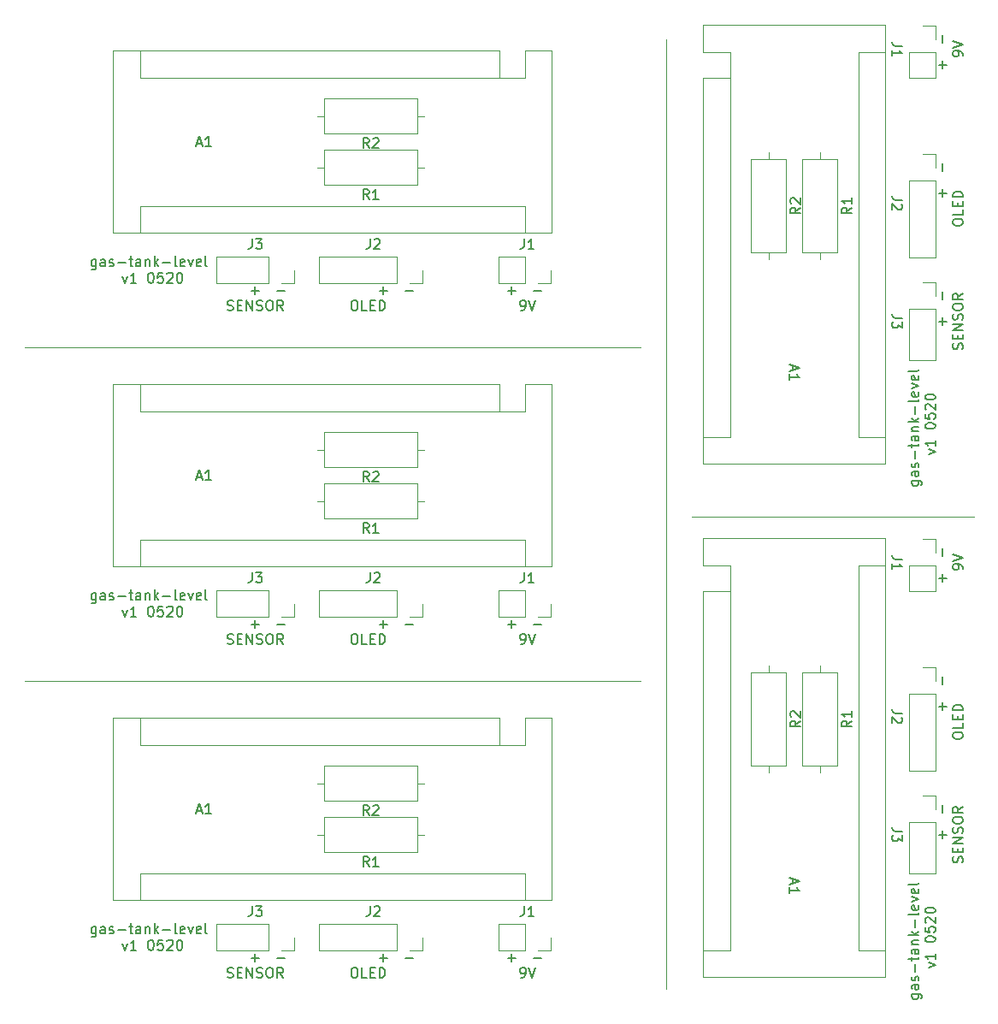
<source format=gbr>
G04 #@! TF.GenerationSoftware,KiCad,Pcbnew,5.1.5-52549c5~84~ubuntu18.04.1*
G04 #@! TF.CreationDate,2020-01-31T17:12:17+01:00*
G04 #@! TF.ProjectId,main-board,6d61696e-2d62-46f6-9172-642e6b696361,rev?*
G04 #@! TF.SameCoordinates,Original*
G04 #@! TF.FileFunction,Legend,Top*
G04 #@! TF.FilePolarity,Positive*
%FSLAX46Y46*%
G04 Gerber Fmt 4.6, Leading zero omitted, Abs format (unit mm)*
G04 Created by KiCad (PCBNEW 5.1.5-52549c5~84~ubuntu18.04.1) date 2020-01-31 17:12:17*
%MOMM*%
%LPD*%
G04 APERTURE LIST*
%ADD10C,0.120000*%
%ADD11C,0.150000*%
G04 APERTURE END LIST*
D10*
X170180000Y-100584000D02*
X198120000Y-100584000D01*
D11*
X192000714Y-97059047D02*
X192810238Y-97059047D01*
X192905476Y-97106666D01*
X192953095Y-97154285D01*
X193000714Y-97249523D01*
X193000714Y-97392380D01*
X192953095Y-97487619D01*
X192619761Y-97059047D02*
X192667380Y-97154285D01*
X192667380Y-97344761D01*
X192619761Y-97440000D01*
X192572142Y-97487619D01*
X192476904Y-97535238D01*
X192191190Y-97535238D01*
X192095952Y-97487619D01*
X192048333Y-97440000D01*
X192000714Y-97344761D01*
X192000714Y-97154285D01*
X192048333Y-97059047D01*
X192667380Y-96154285D02*
X192143571Y-96154285D01*
X192048333Y-96201904D01*
X192000714Y-96297142D01*
X192000714Y-96487619D01*
X192048333Y-96582857D01*
X192619761Y-96154285D02*
X192667380Y-96249523D01*
X192667380Y-96487619D01*
X192619761Y-96582857D01*
X192524523Y-96630476D01*
X192429285Y-96630476D01*
X192334047Y-96582857D01*
X192286428Y-96487619D01*
X192286428Y-96249523D01*
X192238809Y-96154285D01*
X192619761Y-95725714D02*
X192667380Y-95630476D01*
X192667380Y-95440000D01*
X192619761Y-95344761D01*
X192524523Y-95297142D01*
X192476904Y-95297142D01*
X192381666Y-95344761D01*
X192334047Y-95440000D01*
X192334047Y-95582857D01*
X192286428Y-95678095D01*
X192191190Y-95725714D01*
X192143571Y-95725714D01*
X192048333Y-95678095D01*
X192000714Y-95582857D01*
X192000714Y-95440000D01*
X192048333Y-95344761D01*
X192286428Y-94868571D02*
X192286428Y-94106666D01*
X192000714Y-93773333D02*
X192000714Y-93392380D01*
X191667380Y-93630476D02*
X192524523Y-93630476D01*
X192619761Y-93582857D01*
X192667380Y-93487619D01*
X192667380Y-93392380D01*
X192667380Y-92630476D02*
X192143571Y-92630476D01*
X192048333Y-92678095D01*
X192000714Y-92773333D01*
X192000714Y-92963809D01*
X192048333Y-93059047D01*
X192619761Y-92630476D02*
X192667380Y-92725714D01*
X192667380Y-92963809D01*
X192619761Y-93059047D01*
X192524523Y-93106666D01*
X192429285Y-93106666D01*
X192334047Y-93059047D01*
X192286428Y-92963809D01*
X192286428Y-92725714D01*
X192238809Y-92630476D01*
X192000714Y-92154285D02*
X192667380Y-92154285D01*
X192095952Y-92154285D02*
X192048333Y-92106666D01*
X192000714Y-92011428D01*
X192000714Y-91868571D01*
X192048333Y-91773333D01*
X192143571Y-91725714D01*
X192667380Y-91725714D01*
X192667380Y-91249523D02*
X191667380Y-91249523D01*
X192286428Y-91154285D02*
X192667380Y-90868571D01*
X192000714Y-90868571D02*
X192381666Y-91249523D01*
X192286428Y-90440000D02*
X192286428Y-89678095D01*
X192667380Y-89059047D02*
X192619761Y-89154285D01*
X192524523Y-89201904D01*
X191667380Y-89201904D01*
X192619761Y-88297142D02*
X192667380Y-88392380D01*
X192667380Y-88582857D01*
X192619761Y-88678095D01*
X192524523Y-88725714D01*
X192143571Y-88725714D01*
X192048333Y-88678095D01*
X192000714Y-88582857D01*
X192000714Y-88392380D01*
X192048333Y-88297142D01*
X192143571Y-88249523D01*
X192238809Y-88249523D01*
X192334047Y-88725714D01*
X192000714Y-87916190D02*
X192667380Y-87678095D01*
X192000714Y-87440000D01*
X192619761Y-86678095D02*
X192667380Y-86773333D01*
X192667380Y-86963809D01*
X192619761Y-87059047D01*
X192524523Y-87106666D01*
X192143571Y-87106666D01*
X192048333Y-87059047D01*
X192000714Y-86963809D01*
X192000714Y-86773333D01*
X192048333Y-86678095D01*
X192143571Y-86630476D01*
X192238809Y-86630476D01*
X192334047Y-87106666D01*
X192667380Y-86059047D02*
X192619761Y-86154285D01*
X192524523Y-86201904D01*
X191667380Y-86201904D01*
X193650714Y-94440000D02*
X194317380Y-94201904D01*
X193650714Y-93963809D01*
X194317380Y-93059047D02*
X194317380Y-93630476D01*
X194317380Y-93344761D02*
X193317380Y-93344761D01*
X193460238Y-93440000D01*
X193555476Y-93535238D01*
X193603095Y-93630476D01*
X193317380Y-91678095D02*
X193317380Y-91582857D01*
X193365000Y-91487619D01*
X193412619Y-91440000D01*
X193507857Y-91392380D01*
X193698333Y-91344761D01*
X193936428Y-91344761D01*
X194126904Y-91392380D01*
X194222142Y-91440000D01*
X194269761Y-91487619D01*
X194317380Y-91582857D01*
X194317380Y-91678095D01*
X194269761Y-91773333D01*
X194222142Y-91820952D01*
X194126904Y-91868571D01*
X193936428Y-91916190D01*
X193698333Y-91916190D01*
X193507857Y-91868571D01*
X193412619Y-91820952D01*
X193365000Y-91773333D01*
X193317380Y-91678095D01*
X193317380Y-90440000D02*
X193317380Y-90916190D01*
X193793571Y-90963809D01*
X193745952Y-90916190D01*
X193698333Y-90820952D01*
X193698333Y-90582857D01*
X193745952Y-90487619D01*
X193793571Y-90440000D01*
X193888809Y-90392380D01*
X194126904Y-90392380D01*
X194222142Y-90440000D01*
X194269761Y-90487619D01*
X194317380Y-90582857D01*
X194317380Y-90820952D01*
X194269761Y-90916190D01*
X194222142Y-90963809D01*
X193412619Y-90011428D02*
X193365000Y-89963809D01*
X193317380Y-89868571D01*
X193317380Y-89630476D01*
X193365000Y-89535238D01*
X193412619Y-89487619D01*
X193507857Y-89440000D01*
X193603095Y-89440000D01*
X193745952Y-89487619D01*
X194317380Y-90059047D01*
X194317380Y-89440000D01*
X193317380Y-88820952D02*
X193317380Y-88725714D01*
X193365000Y-88630476D01*
X193412619Y-88582857D01*
X193507857Y-88535238D01*
X193698333Y-88487619D01*
X193936428Y-88487619D01*
X194126904Y-88535238D01*
X194222142Y-88582857D01*
X194269761Y-88630476D01*
X194317380Y-88725714D01*
X194317380Y-88820952D01*
X194269761Y-88916190D01*
X194222142Y-88963809D01*
X194126904Y-89011428D01*
X193936428Y-89059047D01*
X193698333Y-89059047D01*
X193507857Y-89011428D01*
X193412619Y-88963809D01*
X193365000Y-88916190D01*
X193317380Y-88820952D01*
X192000714Y-147859047D02*
X192810238Y-147859047D01*
X192905476Y-147906666D01*
X192953095Y-147954285D01*
X193000714Y-148049523D01*
X193000714Y-148192380D01*
X192953095Y-148287619D01*
X192619761Y-147859047D02*
X192667380Y-147954285D01*
X192667380Y-148144761D01*
X192619761Y-148240000D01*
X192572142Y-148287619D01*
X192476904Y-148335238D01*
X192191190Y-148335238D01*
X192095952Y-148287619D01*
X192048333Y-148240000D01*
X192000714Y-148144761D01*
X192000714Y-147954285D01*
X192048333Y-147859047D01*
X192667380Y-146954285D02*
X192143571Y-146954285D01*
X192048333Y-147001904D01*
X192000714Y-147097142D01*
X192000714Y-147287619D01*
X192048333Y-147382857D01*
X192619761Y-146954285D02*
X192667380Y-147049523D01*
X192667380Y-147287619D01*
X192619761Y-147382857D01*
X192524523Y-147430476D01*
X192429285Y-147430476D01*
X192334047Y-147382857D01*
X192286428Y-147287619D01*
X192286428Y-147049523D01*
X192238809Y-146954285D01*
X192619761Y-146525714D02*
X192667380Y-146430476D01*
X192667380Y-146240000D01*
X192619761Y-146144761D01*
X192524523Y-146097142D01*
X192476904Y-146097142D01*
X192381666Y-146144761D01*
X192334047Y-146240000D01*
X192334047Y-146382857D01*
X192286428Y-146478095D01*
X192191190Y-146525714D01*
X192143571Y-146525714D01*
X192048333Y-146478095D01*
X192000714Y-146382857D01*
X192000714Y-146240000D01*
X192048333Y-146144761D01*
X192286428Y-145668571D02*
X192286428Y-144906666D01*
X192000714Y-144573333D02*
X192000714Y-144192380D01*
X191667380Y-144430476D02*
X192524523Y-144430476D01*
X192619761Y-144382857D01*
X192667380Y-144287619D01*
X192667380Y-144192380D01*
X192667380Y-143430476D02*
X192143571Y-143430476D01*
X192048333Y-143478095D01*
X192000714Y-143573333D01*
X192000714Y-143763809D01*
X192048333Y-143859047D01*
X192619761Y-143430476D02*
X192667380Y-143525714D01*
X192667380Y-143763809D01*
X192619761Y-143859047D01*
X192524523Y-143906666D01*
X192429285Y-143906666D01*
X192334047Y-143859047D01*
X192286428Y-143763809D01*
X192286428Y-143525714D01*
X192238809Y-143430476D01*
X192000714Y-142954285D02*
X192667380Y-142954285D01*
X192095952Y-142954285D02*
X192048333Y-142906666D01*
X192000714Y-142811428D01*
X192000714Y-142668571D01*
X192048333Y-142573333D01*
X192143571Y-142525714D01*
X192667380Y-142525714D01*
X192667380Y-142049523D02*
X191667380Y-142049523D01*
X192286428Y-141954285D02*
X192667380Y-141668571D01*
X192000714Y-141668571D02*
X192381666Y-142049523D01*
X192286428Y-141240000D02*
X192286428Y-140478095D01*
X192667380Y-139859047D02*
X192619761Y-139954285D01*
X192524523Y-140001904D01*
X191667380Y-140001904D01*
X192619761Y-139097142D02*
X192667380Y-139192380D01*
X192667380Y-139382857D01*
X192619761Y-139478095D01*
X192524523Y-139525714D01*
X192143571Y-139525714D01*
X192048333Y-139478095D01*
X192000714Y-139382857D01*
X192000714Y-139192380D01*
X192048333Y-139097142D01*
X192143571Y-139049523D01*
X192238809Y-139049523D01*
X192334047Y-139525714D01*
X192000714Y-138716190D02*
X192667380Y-138478095D01*
X192000714Y-138240000D01*
X192619761Y-137478095D02*
X192667380Y-137573333D01*
X192667380Y-137763809D01*
X192619761Y-137859047D01*
X192524523Y-137906666D01*
X192143571Y-137906666D01*
X192048333Y-137859047D01*
X192000714Y-137763809D01*
X192000714Y-137573333D01*
X192048333Y-137478095D01*
X192143571Y-137430476D01*
X192238809Y-137430476D01*
X192334047Y-137906666D01*
X192667380Y-136859047D02*
X192619761Y-136954285D01*
X192524523Y-137001904D01*
X191667380Y-137001904D01*
X193650714Y-145240000D02*
X194317380Y-145001904D01*
X193650714Y-144763809D01*
X194317380Y-143859047D02*
X194317380Y-144430476D01*
X194317380Y-144144761D02*
X193317380Y-144144761D01*
X193460238Y-144240000D01*
X193555476Y-144335238D01*
X193603095Y-144430476D01*
X193317380Y-142478095D02*
X193317380Y-142382857D01*
X193365000Y-142287619D01*
X193412619Y-142240000D01*
X193507857Y-142192380D01*
X193698333Y-142144761D01*
X193936428Y-142144761D01*
X194126904Y-142192380D01*
X194222142Y-142240000D01*
X194269761Y-142287619D01*
X194317380Y-142382857D01*
X194317380Y-142478095D01*
X194269761Y-142573333D01*
X194222142Y-142620952D01*
X194126904Y-142668571D01*
X193936428Y-142716190D01*
X193698333Y-142716190D01*
X193507857Y-142668571D01*
X193412619Y-142620952D01*
X193365000Y-142573333D01*
X193317380Y-142478095D01*
X193317380Y-141240000D02*
X193317380Y-141716190D01*
X193793571Y-141763809D01*
X193745952Y-141716190D01*
X193698333Y-141620952D01*
X193698333Y-141382857D01*
X193745952Y-141287619D01*
X193793571Y-141240000D01*
X193888809Y-141192380D01*
X194126904Y-141192380D01*
X194222142Y-141240000D01*
X194269761Y-141287619D01*
X194317380Y-141382857D01*
X194317380Y-141620952D01*
X194269761Y-141716190D01*
X194222142Y-141763809D01*
X193412619Y-140811428D02*
X193365000Y-140763809D01*
X193317380Y-140668571D01*
X193317380Y-140430476D01*
X193365000Y-140335238D01*
X193412619Y-140287619D01*
X193507857Y-140240000D01*
X193603095Y-140240000D01*
X193745952Y-140287619D01*
X194317380Y-140859047D01*
X194317380Y-140240000D01*
X193317380Y-139620952D02*
X193317380Y-139525714D01*
X193365000Y-139430476D01*
X193412619Y-139382857D01*
X193507857Y-139335238D01*
X193698333Y-139287619D01*
X193936428Y-139287619D01*
X194126904Y-139335238D01*
X194222142Y-139382857D01*
X194269761Y-139430476D01*
X194317380Y-139525714D01*
X194317380Y-139620952D01*
X194269761Y-139716190D01*
X194222142Y-139763809D01*
X194126904Y-139811428D01*
X193936428Y-139859047D01*
X193698333Y-139859047D01*
X193507857Y-139811428D01*
X193412619Y-139763809D01*
X193365000Y-139716190D01*
X193317380Y-139620952D01*
X111220952Y-141200714D02*
X111220952Y-142010238D01*
X111173333Y-142105476D01*
X111125714Y-142153095D01*
X111030476Y-142200714D01*
X110887619Y-142200714D01*
X110792380Y-142153095D01*
X111220952Y-141819761D02*
X111125714Y-141867380D01*
X110935238Y-141867380D01*
X110840000Y-141819761D01*
X110792380Y-141772142D01*
X110744761Y-141676904D01*
X110744761Y-141391190D01*
X110792380Y-141295952D01*
X110840000Y-141248333D01*
X110935238Y-141200714D01*
X111125714Y-141200714D01*
X111220952Y-141248333D01*
X112125714Y-141867380D02*
X112125714Y-141343571D01*
X112078095Y-141248333D01*
X111982857Y-141200714D01*
X111792380Y-141200714D01*
X111697142Y-141248333D01*
X112125714Y-141819761D02*
X112030476Y-141867380D01*
X111792380Y-141867380D01*
X111697142Y-141819761D01*
X111649523Y-141724523D01*
X111649523Y-141629285D01*
X111697142Y-141534047D01*
X111792380Y-141486428D01*
X112030476Y-141486428D01*
X112125714Y-141438809D01*
X112554285Y-141819761D02*
X112649523Y-141867380D01*
X112840000Y-141867380D01*
X112935238Y-141819761D01*
X112982857Y-141724523D01*
X112982857Y-141676904D01*
X112935238Y-141581666D01*
X112840000Y-141534047D01*
X112697142Y-141534047D01*
X112601904Y-141486428D01*
X112554285Y-141391190D01*
X112554285Y-141343571D01*
X112601904Y-141248333D01*
X112697142Y-141200714D01*
X112840000Y-141200714D01*
X112935238Y-141248333D01*
X113411428Y-141486428D02*
X114173333Y-141486428D01*
X114506666Y-141200714D02*
X114887619Y-141200714D01*
X114649523Y-140867380D02*
X114649523Y-141724523D01*
X114697142Y-141819761D01*
X114792380Y-141867380D01*
X114887619Y-141867380D01*
X115649523Y-141867380D02*
X115649523Y-141343571D01*
X115601904Y-141248333D01*
X115506666Y-141200714D01*
X115316190Y-141200714D01*
X115220952Y-141248333D01*
X115649523Y-141819761D02*
X115554285Y-141867380D01*
X115316190Y-141867380D01*
X115220952Y-141819761D01*
X115173333Y-141724523D01*
X115173333Y-141629285D01*
X115220952Y-141534047D01*
X115316190Y-141486428D01*
X115554285Y-141486428D01*
X115649523Y-141438809D01*
X116125714Y-141200714D02*
X116125714Y-141867380D01*
X116125714Y-141295952D02*
X116173333Y-141248333D01*
X116268571Y-141200714D01*
X116411428Y-141200714D01*
X116506666Y-141248333D01*
X116554285Y-141343571D01*
X116554285Y-141867380D01*
X117030476Y-141867380D02*
X117030476Y-140867380D01*
X117125714Y-141486428D02*
X117411428Y-141867380D01*
X117411428Y-141200714D02*
X117030476Y-141581666D01*
X117840000Y-141486428D02*
X118601904Y-141486428D01*
X119220952Y-141867380D02*
X119125714Y-141819761D01*
X119078095Y-141724523D01*
X119078095Y-140867380D01*
X119982857Y-141819761D02*
X119887619Y-141867380D01*
X119697142Y-141867380D01*
X119601904Y-141819761D01*
X119554285Y-141724523D01*
X119554285Y-141343571D01*
X119601904Y-141248333D01*
X119697142Y-141200714D01*
X119887619Y-141200714D01*
X119982857Y-141248333D01*
X120030476Y-141343571D01*
X120030476Y-141438809D01*
X119554285Y-141534047D01*
X120363809Y-141200714D02*
X120601904Y-141867380D01*
X120840000Y-141200714D01*
X121601904Y-141819761D02*
X121506666Y-141867380D01*
X121316190Y-141867380D01*
X121220952Y-141819761D01*
X121173333Y-141724523D01*
X121173333Y-141343571D01*
X121220952Y-141248333D01*
X121316190Y-141200714D01*
X121506666Y-141200714D01*
X121601904Y-141248333D01*
X121649523Y-141343571D01*
X121649523Y-141438809D01*
X121173333Y-141534047D01*
X122220952Y-141867380D02*
X122125714Y-141819761D01*
X122078095Y-141724523D01*
X122078095Y-140867380D01*
X113840000Y-142850714D02*
X114078095Y-143517380D01*
X114316190Y-142850714D01*
X115220952Y-143517380D02*
X114649523Y-143517380D01*
X114935238Y-143517380D02*
X114935238Y-142517380D01*
X114840000Y-142660238D01*
X114744761Y-142755476D01*
X114649523Y-142803095D01*
X116601904Y-142517380D02*
X116697142Y-142517380D01*
X116792380Y-142565000D01*
X116840000Y-142612619D01*
X116887619Y-142707857D01*
X116935238Y-142898333D01*
X116935238Y-143136428D01*
X116887619Y-143326904D01*
X116840000Y-143422142D01*
X116792380Y-143469761D01*
X116697142Y-143517380D01*
X116601904Y-143517380D01*
X116506666Y-143469761D01*
X116459047Y-143422142D01*
X116411428Y-143326904D01*
X116363809Y-143136428D01*
X116363809Y-142898333D01*
X116411428Y-142707857D01*
X116459047Y-142612619D01*
X116506666Y-142565000D01*
X116601904Y-142517380D01*
X117840000Y-142517380D02*
X117363809Y-142517380D01*
X117316190Y-142993571D01*
X117363809Y-142945952D01*
X117459047Y-142898333D01*
X117697142Y-142898333D01*
X117792380Y-142945952D01*
X117840000Y-142993571D01*
X117887619Y-143088809D01*
X117887619Y-143326904D01*
X117840000Y-143422142D01*
X117792380Y-143469761D01*
X117697142Y-143517380D01*
X117459047Y-143517380D01*
X117363809Y-143469761D01*
X117316190Y-143422142D01*
X118268571Y-142612619D02*
X118316190Y-142565000D01*
X118411428Y-142517380D01*
X118649523Y-142517380D01*
X118744761Y-142565000D01*
X118792380Y-142612619D01*
X118840000Y-142707857D01*
X118840000Y-142803095D01*
X118792380Y-142945952D01*
X118220952Y-143517380D01*
X118840000Y-143517380D01*
X119459047Y-142517380D02*
X119554285Y-142517380D01*
X119649523Y-142565000D01*
X119697142Y-142612619D01*
X119744761Y-142707857D01*
X119792380Y-142898333D01*
X119792380Y-143136428D01*
X119744761Y-143326904D01*
X119697142Y-143422142D01*
X119649523Y-143469761D01*
X119554285Y-143517380D01*
X119459047Y-143517380D01*
X119363809Y-143469761D01*
X119316190Y-143422142D01*
X119268571Y-143326904D01*
X119220952Y-143136428D01*
X119220952Y-142898333D01*
X119268571Y-142707857D01*
X119316190Y-142612619D01*
X119363809Y-142565000D01*
X119459047Y-142517380D01*
X111220952Y-108180714D02*
X111220952Y-108990238D01*
X111173333Y-109085476D01*
X111125714Y-109133095D01*
X111030476Y-109180714D01*
X110887619Y-109180714D01*
X110792380Y-109133095D01*
X111220952Y-108799761D02*
X111125714Y-108847380D01*
X110935238Y-108847380D01*
X110840000Y-108799761D01*
X110792380Y-108752142D01*
X110744761Y-108656904D01*
X110744761Y-108371190D01*
X110792380Y-108275952D01*
X110840000Y-108228333D01*
X110935238Y-108180714D01*
X111125714Y-108180714D01*
X111220952Y-108228333D01*
X112125714Y-108847380D02*
X112125714Y-108323571D01*
X112078095Y-108228333D01*
X111982857Y-108180714D01*
X111792380Y-108180714D01*
X111697142Y-108228333D01*
X112125714Y-108799761D02*
X112030476Y-108847380D01*
X111792380Y-108847380D01*
X111697142Y-108799761D01*
X111649523Y-108704523D01*
X111649523Y-108609285D01*
X111697142Y-108514047D01*
X111792380Y-108466428D01*
X112030476Y-108466428D01*
X112125714Y-108418809D01*
X112554285Y-108799761D02*
X112649523Y-108847380D01*
X112840000Y-108847380D01*
X112935238Y-108799761D01*
X112982857Y-108704523D01*
X112982857Y-108656904D01*
X112935238Y-108561666D01*
X112840000Y-108514047D01*
X112697142Y-108514047D01*
X112601904Y-108466428D01*
X112554285Y-108371190D01*
X112554285Y-108323571D01*
X112601904Y-108228333D01*
X112697142Y-108180714D01*
X112840000Y-108180714D01*
X112935238Y-108228333D01*
X113411428Y-108466428D02*
X114173333Y-108466428D01*
X114506666Y-108180714D02*
X114887619Y-108180714D01*
X114649523Y-107847380D02*
X114649523Y-108704523D01*
X114697142Y-108799761D01*
X114792380Y-108847380D01*
X114887619Y-108847380D01*
X115649523Y-108847380D02*
X115649523Y-108323571D01*
X115601904Y-108228333D01*
X115506666Y-108180714D01*
X115316190Y-108180714D01*
X115220952Y-108228333D01*
X115649523Y-108799761D02*
X115554285Y-108847380D01*
X115316190Y-108847380D01*
X115220952Y-108799761D01*
X115173333Y-108704523D01*
X115173333Y-108609285D01*
X115220952Y-108514047D01*
X115316190Y-108466428D01*
X115554285Y-108466428D01*
X115649523Y-108418809D01*
X116125714Y-108180714D02*
X116125714Y-108847380D01*
X116125714Y-108275952D02*
X116173333Y-108228333D01*
X116268571Y-108180714D01*
X116411428Y-108180714D01*
X116506666Y-108228333D01*
X116554285Y-108323571D01*
X116554285Y-108847380D01*
X117030476Y-108847380D02*
X117030476Y-107847380D01*
X117125714Y-108466428D02*
X117411428Y-108847380D01*
X117411428Y-108180714D02*
X117030476Y-108561666D01*
X117840000Y-108466428D02*
X118601904Y-108466428D01*
X119220952Y-108847380D02*
X119125714Y-108799761D01*
X119078095Y-108704523D01*
X119078095Y-107847380D01*
X119982857Y-108799761D02*
X119887619Y-108847380D01*
X119697142Y-108847380D01*
X119601904Y-108799761D01*
X119554285Y-108704523D01*
X119554285Y-108323571D01*
X119601904Y-108228333D01*
X119697142Y-108180714D01*
X119887619Y-108180714D01*
X119982857Y-108228333D01*
X120030476Y-108323571D01*
X120030476Y-108418809D01*
X119554285Y-108514047D01*
X120363809Y-108180714D02*
X120601904Y-108847380D01*
X120840000Y-108180714D01*
X121601904Y-108799761D02*
X121506666Y-108847380D01*
X121316190Y-108847380D01*
X121220952Y-108799761D01*
X121173333Y-108704523D01*
X121173333Y-108323571D01*
X121220952Y-108228333D01*
X121316190Y-108180714D01*
X121506666Y-108180714D01*
X121601904Y-108228333D01*
X121649523Y-108323571D01*
X121649523Y-108418809D01*
X121173333Y-108514047D01*
X122220952Y-108847380D02*
X122125714Y-108799761D01*
X122078095Y-108704523D01*
X122078095Y-107847380D01*
X113840000Y-109830714D02*
X114078095Y-110497380D01*
X114316190Y-109830714D01*
X115220952Y-110497380D02*
X114649523Y-110497380D01*
X114935238Y-110497380D02*
X114935238Y-109497380D01*
X114840000Y-109640238D01*
X114744761Y-109735476D01*
X114649523Y-109783095D01*
X116601904Y-109497380D02*
X116697142Y-109497380D01*
X116792380Y-109545000D01*
X116840000Y-109592619D01*
X116887619Y-109687857D01*
X116935238Y-109878333D01*
X116935238Y-110116428D01*
X116887619Y-110306904D01*
X116840000Y-110402142D01*
X116792380Y-110449761D01*
X116697142Y-110497380D01*
X116601904Y-110497380D01*
X116506666Y-110449761D01*
X116459047Y-110402142D01*
X116411428Y-110306904D01*
X116363809Y-110116428D01*
X116363809Y-109878333D01*
X116411428Y-109687857D01*
X116459047Y-109592619D01*
X116506666Y-109545000D01*
X116601904Y-109497380D01*
X117840000Y-109497380D02*
X117363809Y-109497380D01*
X117316190Y-109973571D01*
X117363809Y-109925952D01*
X117459047Y-109878333D01*
X117697142Y-109878333D01*
X117792380Y-109925952D01*
X117840000Y-109973571D01*
X117887619Y-110068809D01*
X117887619Y-110306904D01*
X117840000Y-110402142D01*
X117792380Y-110449761D01*
X117697142Y-110497380D01*
X117459047Y-110497380D01*
X117363809Y-110449761D01*
X117316190Y-110402142D01*
X118268571Y-109592619D02*
X118316190Y-109545000D01*
X118411428Y-109497380D01*
X118649523Y-109497380D01*
X118744761Y-109545000D01*
X118792380Y-109592619D01*
X118840000Y-109687857D01*
X118840000Y-109783095D01*
X118792380Y-109925952D01*
X118220952Y-110497380D01*
X118840000Y-110497380D01*
X119459047Y-109497380D02*
X119554285Y-109497380D01*
X119649523Y-109545000D01*
X119697142Y-109592619D01*
X119744761Y-109687857D01*
X119792380Y-109878333D01*
X119792380Y-110116428D01*
X119744761Y-110306904D01*
X119697142Y-110402142D01*
X119649523Y-110449761D01*
X119554285Y-110497380D01*
X119459047Y-110497380D01*
X119363809Y-110449761D01*
X119316190Y-110402142D01*
X119268571Y-110306904D01*
X119220952Y-110116428D01*
X119220952Y-109878333D01*
X119268571Y-109687857D01*
X119316190Y-109592619D01*
X119363809Y-109545000D01*
X119459047Y-109497380D01*
X111220952Y-75160714D02*
X111220952Y-75970238D01*
X111173333Y-76065476D01*
X111125714Y-76113095D01*
X111030476Y-76160714D01*
X110887619Y-76160714D01*
X110792380Y-76113095D01*
X111220952Y-75779761D02*
X111125714Y-75827380D01*
X110935238Y-75827380D01*
X110840000Y-75779761D01*
X110792380Y-75732142D01*
X110744761Y-75636904D01*
X110744761Y-75351190D01*
X110792380Y-75255952D01*
X110840000Y-75208333D01*
X110935238Y-75160714D01*
X111125714Y-75160714D01*
X111220952Y-75208333D01*
X112125714Y-75827380D02*
X112125714Y-75303571D01*
X112078095Y-75208333D01*
X111982857Y-75160714D01*
X111792380Y-75160714D01*
X111697142Y-75208333D01*
X112125714Y-75779761D02*
X112030476Y-75827380D01*
X111792380Y-75827380D01*
X111697142Y-75779761D01*
X111649523Y-75684523D01*
X111649523Y-75589285D01*
X111697142Y-75494047D01*
X111792380Y-75446428D01*
X112030476Y-75446428D01*
X112125714Y-75398809D01*
X112554285Y-75779761D02*
X112649523Y-75827380D01*
X112840000Y-75827380D01*
X112935238Y-75779761D01*
X112982857Y-75684523D01*
X112982857Y-75636904D01*
X112935238Y-75541666D01*
X112840000Y-75494047D01*
X112697142Y-75494047D01*
X112601904Y-75446428D01*
X112554285Y-75351190D01*
X112554285Y-75303571D01*
X112601904Y-75208333D01*
X112697142Y-75160714D01*
X112840000Y-75160714D01*
X112935238Y-75208333D01*
X113411428Y-75446428D02*
X114173333Y-75446428D01*
X114506666Y-75160714D02*
X114887619Y-75160714D01*
X114649523Y-74827380D02*
X114649523Y-75684523D01*
X114697142Y-75779761D01*
X114792380Y-75827380D01*
X114887619Y-75827380D01*
X115649523Y-75827380D02*
X115649523Y-75303571D01*
X115601904Y-75208333D01*
X115506666Y-75160714D01*
X115316190Y-75160714D01*
X115220952Y-75208333D01*
X115649523Y-75779761D02*
X115554285Y-75827380D01*
X115316190Y-75827380D01*
X115220952Y-75779761D01*
X115173333Y-75684523D01*
X115173333Y-75589285D01*
X115220952Y-75494047D01*
X115316190Y-75446428D01*
X115554285Y-75446428D01*
X115649523Y-75398809D01*
X116125714Y-75160714D02*
X116125714Y-75827380D01*
X116125714Y-75255952D02*
X116173333Y-75208333D01*
X116268571Y-75160714D01*
X116411428Y-75160714D01*
X116506666Y-75208333D01*
X116554285Y-75303571D01*
X116554285Y-75827380D01*
X117030476Y-75827380D02*
X117030476Y-74827380D01*
X117125714Y-75446428D02*
X117411428Y-75827380D01*
X117411428Y-75160714D02*
X117030476Y-75541666D01*
X117840000Y-75446428D02*
X118601904Y-75446428D01*
X119220952Y-75827380D02*
X119125714Y-75779761D01*
X119078095Y-75684523D01*
X119078095Y-74827380D01*
X119982857Y-75779761D02*
X119887619Y-75827380D01*
X119697142Y-75827380D01*
X119601904Y-75779761D01*
X119554285Y-75684523D01*
X119554285Y-75303571D01*
X119601904Y-75208333D01*
X119697142Y-75160714D01*
X119887619Y-75160714D01*
X119982857Y-75208333D01*
X120030476Y-75303571D01*
X120030476Y-75398809D01*
X119554285Y-75494047D01*
X120363809Y-75160714D02*
X120601904Y-75827380D01*
X120840000Y-75160714D01*
X121601904Y-75779761D02*
X121506666Y-75827380D01*
X121316190Y-75827380D01*
X121220952Y-75779761D01*
X121173333Y-75684523D01*
X121173333Y-75303571D01*
X121220952Y-75208333D01*
X121316190Y-75160714D01*
X121506666Y-75160714D01*
X121601904Y-75208333D01*
X121649523Y-75303571D01*
X121649523Y-75398809D01*
X121173333Y-75494047D01*
X122220952Y-75827380D02*
X122125714Y-75779761D01*
X122078095Y-75684523D01*
X122078095Y-74827380D01*
X113840000Y-76810714D02*
X114078095Y-77477380D01*
X114316190Y-76810714D01*
X115220952Y-77477380D02*
X114649523Y-77477380D01*
X114935238Y-77477380D02*
X114935238Y-76477380D01*
X114840000Y-76620238D01*
X114744761Y-76715476D01*
X114649523Y-76763095D01*
X116601904Y-76477380D02*
X116697142Y-76477380D01*
X116792380Y-76525000D01*
X116840000Y-76572619D01*
X116887619Y-76667857D01*
X116935238Y-76858333D01*
X116935238Y-77096428D01*
X116887619Y-77286904D01*
X116840000Y-77382142D01*
X116792380Y-77429761D01*
X116697142Y-77477380D01*
X116601904Y-77477380D01*
X116506666Y-77429761D01*
X116459047Y-77382142D01*
X116411428Y-77286904D01*
X116363809Y-77096428D01*
X116363809Y-76858333D01*
X116411428Y-76667857D01*
X116459047Y-76572619D01*
X116506666Y-76525000D01*
X116601904Y-76477380D01*
X117840000Y-76477380D02*
X117363809Y-76477380D01*
X117316190Y-76953571D01*
X117363809Y-76905952D01*
X117459047Y-76858333D01*
X117697142Y-76858333D01*
X117792380Y-76905952D01*
X117840000Y-76953571D01*
X117887619Y-77048809D01*
X117887619Y-77286904D01*
X117840000Y-77382142D01*
X117792380Y-77429761D01*
X117697142Y-77477380D01*
X117459047Y-77477380D01*
X117363809Y-77429761D01*
X117316190Y-77382142D01*
X118268571Y-76572619D02*
X118316190Y-76525000D01*
X118411428Y-76477380D01*
X118649523Y-76477380D01*
X118744761Y-76525000D01*
X118792380Y-76572619D01*
X118840000Y-76667857D01*
X118840000Y-76763095D01*
X118792380Y-76905952D01*
X118220952Y-77477380D01*
X118840000Y-77477380D01*
X119459047Y-76477380D02*
X119554285Y-76477380D01*
X119649523Y-76525000D01*
X119697142Y-76572619D01*
X119744761Y-76667857D01*
X119792380Y-76858333D01*
X119792380Y-77096428D01*
X119744761Y-77286904D01*
X119697142Y-77382142D01*
X119649523Y-77429761D01*
X119554285Y-77477380D01*
X119459047Y-77477380D01*
X119363809Y-77429761D01*
X119316190Y-77382142D01*
X119268571Y-77286904D01*
X119220952Y-77096428D01*
X119220952Y-76858333D01*
X119268571Y-76667857D01*
X119316190Y-76572619D01*
X119363809Y-76525000D01*
X119459047Y-76477380D01*
X196048380Y-122356380D02*
X196048380Y-122165904D01*
X196096000Y-122070666D01*
X196191238Y-121975428D01*
X196381714Y-121927809D01*
X196715047Y-121927809D01*
X196905523Y-121975428D01*
X197000761Y-122070666D01*
X197048380Y-122165904D01*
X197048380Y-122356380D01*
X197000761Y-122451619D01*
X196905523Y-122546857D01*
X196715047Y-122594476D01*
X196381714Y-122594476D01*
X196191238Y-122546857D01*
X196096000Y-122451619D01*
X196048380Y-122356380D01*
X197048380Y-121023047D02*
X197048380Y-121499238D01*
X196048380Y-121499238D01*
X196524571Y-120689714D02*
X196524571Y-120356380D01*
X197048380Y-120213523D02*
X197048380Y-120689714D01*
X196048380Y-120689714D01*
X196048380Y-120213523D01*
X197048380Y-119784952D02*
X196048380Y-119784952D01*
X196048380Y-119546857D01*
X196096000Y-119404000D01*
X196191238Y-119308761D01*
X196286476Y-119261142D01*
X196476952Y-119213523D01*
X196619809Y-119213523D01*
X196810285Y-119261142D01*
X196905523Y-119308761D01*
X197000761Y-119404000D01*
X197048380Y-119546857D01*
X197048380Y-119784952D01*
X195064181Y-117227225D02*
X195064181Y-116465320D01*
X195064181Y-129927225D02*
X195064181Y-129165320D01*
X195064181Y-104527225D02*
X195064181Y-103765320D01*
X197000761Y-134841904D02*
X197048380Y-134699047D01*
X197048380Y-134460952D01*
X197000761Y-134365714D01*
X196953142Y-134318095D01*
X196857904Y-134270476D01*
X196762666Y-134270476D01*
X196667428Y-134318095D01*
X196619809Y-134365714D01*
X196572190Y-134460952D01*
X196524571Y-134651428D01*
X196476952Y-134746666D01*
X196429333Y-134794285D01*
X196334095Y-134841904D01*
X196238857Y-134841904D01*
X196143619Y-134794285D01*
X196096000Y-134746666D01*
X196048380Y-134651428D01*
X196048380Y-134413333D01*
X196096000Y-134270476D01*
X196524571Y-133841904D02*
X196524571Y-133508571D01*
X197048380Y-133365714D02*
X197048380Y-133841904D01*
X196048380Y-133841904D01*
X196048380Y-133365714D01*
X197048380Y-132937142D02*
X196048380Y-132937142D01*
X197048380Y-132365714D01*
X196048380Y-132365714D01*
X197000761Y-131937142D02*
X197048380Y-131794285D01*
X197048380Y-131556190D01*
X197000761Y-131460952D01*
X196953142Y-131413333D01*
X196857904Y-131365714D01*
X196762666Y-131365714D01*
X196667428Y-131413333D01*
X196619809Y-131460952D01*
X196572190Y-131556190D01*
X196524571Y-131746666D01*
X196476952Y-131841904D01*
X196429333Y-131889523D01*
X196334095Y-131937142D01*
X196238857Y-131937142D01*
X196143619Y-131889523D01*
X196096000Y-131841904D01*
X196048380Y-131746666D01*
X196048380Y-131508571D01*
X196096000Y-131365714D01*
X196048380Y-130746666D02*
X196048380Y-130556190D01*
X196096000Y-130460952D01*
X196191238Y-130365714D01*
X196381714Y-130318095D01*
X196715047Y-130318095D01*
X196905523Y-130365714D01*
X197000761Y-130460952D01*
X197048380Y-130556190D01*
X197048380Y-130746666D01*
X197000761Y-130841904D01*
X196905523Y-130937142D01*
X196715047Y-130984761D01*
X196381714Y-130984761D01*
X196191238Y-130937142D01*
X196096000Y-130841904D01*
X196048380Y-130746666D01*
X197048380Y-129318095D02*
X196572190Y-129651428D01*
X197048380Y-129889523D02*
X196048380Y-129889523D01*
X196048380Y-129508571D01*
X196096000Y-129413333D01*
X196143619Y-129365714D01*
X196238857Y-129318095D01*
X196381714Y-129318095D01*
X196476952Y-129365714D01*
X196524571Y-129413333D01*
X196572190Y-129508571D01*
X196572190Y-129889523D01*
X195064181Y-107067225D02*
X195064181Y-106305320D01*
X195445133Y-106686273D02*
X194683229Y-106686273D01*
X195064181Y-132467225D02*
X195064181Y-131705320D01*
X195445133Y-132086273D02*
X194683229Y-132086273D01*
X197048380Y-105775047D02*
X197048380Y-105584571D01*
X197000761Y-105489333D01*
X196953142Y-105441714D01*
X196810285Y-105346476D01*
X196619809Y-105298857D01*
X196238857Y-105298857D01*
X196143619Y-105346476D01*
X196096000Y-105394095D01*
X196048380Y-105489333D01*
X196048380Y-105679809D01*
X196096000Y-105775047D01*
X196143619Y-105822666D01*
X196238857Y-105870285D01*
X196476952Y-105870285D01*
X196572190Y-105822666D01*
X196619809Y-105775047D01*
X196667428Y-105679809D01*
X196667428Y-105489333D01*
X196619809Y-105394095D01*
X196572190Y-105346476D01*
X196476952Y-105298857D01*
X196048380Y-105013142D02*
X197048380Y-104679809D01*
X196048380Y-104346476D01*
X195064181Y-119767225D02*
X195064181Y-119005320D01*
X195445133Y-119386273D02*
X194683229Y-119386273D01*
D10*
X167640000Y-53340000D02*
X167640000Y-147320000D01*
X104140000Y-116840000D02*
X165100000Y-116840000D01*
X104140000Y-83820000D02*
X165100000Y-83820000D01*
D11*
X197048380Y-54975047D02*
X197048380Y-54784571D01*
X197000761Y-54689333D01*
X196953142Y-54641714D01*
X196810285Y-54546476D01*
X196619809Y-54498857D01*
X196238857Y-54498857D01*
X196143619Y-54546476D01*
X196096000Y-54594095D01*
X196048380Y-54689333D01*
X196048380Y-54879809D01*
X196096000Y-54975047D01*
X196143619Y-55022666D01*
X196238857Y-55070285D01*
X196476952Y-55070285D01*
X196572190Y-55022666D01*
X196619809Y-54975047D01*
X196667428Y-54879809D01*
X196667428Y-54689333D01*
X196619809Y-54594095D01*
X196572190Y-54546476D01*
X196476952Y-54498857D01*
X196048380Y-54213142D02*
X197048380Y-53879809D01*
X196048380Y-53546476D01*
X195064181Y-53727225D02*
X195064181Y-52965320D01*
X195064181Y-66427225D02*
X195064181Y-65665320D01*
X197000761Y-84041904D02*
X197048380Y-83899047D01*
X197048380Y-83660952D01*
X197000761Y-83565714D01*
X196953142Y-83518095D01*
X196857904Y-83470476D01*
X196762666Y-83470476D01*
X196667428Y-83518095D01*
X196619809Y-83565714D01*
X196572190Y-83660952D01*
X196524571Y-83851428D01*
X196476952Y-83946666D01*
X196429333Y-83994285D01*
X196334095Y-84041904D01*
X196238857Y-84041904D01*
X196143619Y-83994285D01*
X196096000Y-83946666D01*
X196048380Y-83851428D01*
X196048380Y-83613333D01*
X196096000Y-83470476D01*
X196524571Y-83041904D02*
X196524571Y-82708571D01*
X197048380Y-82565714D02*
X197048380Y-83041904D01*
X196048380Y-83041904D01*
X196048380Y-82565714D01*
X197048380Y-82137142D02*
X196048380Y-82137142D01*
X197048380Y-81565714D01*
X196048380Y-81565714D01*
X197000761Y-81137142D02*
X197048380Y-80994285D01*
X197048380Y-80756190D01*
X197000761Y-80660952D01*
X196953142Y-80613333D01*
X196857904Y-80565714D01*
X196762666Y-80565714D01*
X196667428Y-80613333D01*
X196619809Y-80660952D01*
X196572190Y-80756190D01*
X196524571Y-80946666D01*
X196476952Y-81041904D01*
X196429333Y-81089523D01*
X196334095Y-81137142D01*
X196238857Y-81137142D01*
X196143619Y-81089523D01*
X196096000Y-81041904D01*
X196048380Y-80946666D01*
X196048380Y-80708571D01*
X196096000Y-80565714D01*
X196048380Y-79946666D02*
X196048380Y-79756190D01*
X196096000Y-79660952D01*
X196191238Y-79565714D01*
X196381714Y-79518095D01*
X196715047Y-79518095D01*
X196905523Y-79565714D01*
X197000761Y-79660952D01*
X197048380Y-79756190D01*
X197048380Y-79946666D01*
X197000761Y-80041904D01*
X196905523Y-80137142D01*
X196715047Y-80184761D01*
X196381714Y-80184761D01*
X196191238Y-80137142D01*
X196096000Y-80041904D01*
X196048380Y-79946666D01*
X197048380Y-78518095D02*
X196572190Y-78851428D01*
X197048380Y-79089523D02*
X196048380Y-79089523D01*
X196048380Y-78708571D01*
X196096000Y-78613333D01*
X196143619Y-78565714D01*
X196238857Y-78518095D01*
X196381714Y-78518095D01*
X196476952Y-78565714D01*
X196524571Y-78613333D01*
X196572190Y-78708571D01*
X196572190Y-79089523D01*
X195064181Y-81667225D02*
X195064181Y-80905320D01*
X195445133Y-81286273D02*
X194683229Y-81286273D01*
X195064181Y-56267225D02*
X195064181Y-55505320D01*
X195445133Y-55886273D02*
X194683229Y-55886273D01*
X195064181Y-79127225D02*
X195064181Y-78365320D01*
X196048380Y-71556380D02*
X196048380Y-71365904D01*
X196096000Y-71270666D01*
X196191238Y-71175428D01*
X196381714Y-71127809D01*
X196715047Y-71127809D01*
X196905523Y-71175428D01*
X197000761Y-71270666D01*
X197048380Y-71365904D01*
X197048380Y-71556380D01*
X197000761Y-71651619D01*
X196905523Y-71746857D01*
X196715047Y-71794476D01*
X196381714Y-71794476D01*
X196191238Y-71746857D01*
X196096000Y-71651619D01*
X196048380Y-71556380D01*
X197048380Y-70223047D02*
X197048380Y-70699238D01*
X196048380Y-70699238D01*
X196524571Y-69889714D02*
X196524571Y-69556380D01*
X197048380Y-69413523D02*
X197048380Y-69889714D01*
X196048380Y-69889714D01*
X196048380Y-69413523D01*
X197048380Y-68984952D02*
X196048380Y-68984952D01*
X196048380Y-68746857D01*
X196096000Y-68604000D01*
X196191238Y-68508761D01*
X196286476Y-68461142D01*
X196476952Y-68413523D01*
X196619809Y-68413523D01*
X196810285Y-68461142D01*
X196905523Y-68508761D01*
X197000761Y-68604000D01*
X197048380Y-68746857D01*
X197048380Y-68984952D01*
X195064181Y-68967225D02*
X195064181Y-68205320D01*
X195445133Y-68586273D02*
X194683229Y-68586273D01*
X129152774Y-144264181D02*
X129914679Y-144264181D01*
X136723619Y-145248380D02*
X136914095Y-145248380D01*
X137009333Y-145296000D01*
X137104571Y-145391238D01*
X137152190Y-145581714D01*
X137152190Y-145915047D01*
X137104571Y-146105523D01*
X137009333Y-146200761D01*
X136914095Y-146248380D01*
X136723619Y-146248380D01*
X136628380Y-146200761D01*
X136533142Y-146105523D01*
X136485523Y-145915047D01*
X136485523Y-145581714D01*
X136533142Y-145391238D01*
X136628380Y-145296000D01*
X136723619Y-145248380D01*
X138056952Y-146248380D02*
X137580761Y-146248380D01*
X137580761Y-145248380D01*
X138390285Y-145724571D02*
X138723619Y-145724571D01*
X138866476Y-146248380D02*
X138390285Y-146248380D01*
X138390285Y-145248380D01*
X138866476Y-145248380D01*
X139295047Y-146248380D02*
X139295047Y-145248380D01*
X139533142Y-145248380D01*
X139676000Y-145296000D01*
X139771238Y-145391238D01*
X139818857Y-145486476D01*
X139866476Y-145676952D01*
X139866476Y-145819809D01*
X139818857Y-146010285D01*
X139771238Y-146105523D01*
X139676000Y-146200761D01*
X139533142Y-146248380D01*
X139295047Y-146248380D01*
X153304952Y-146248380D02*
X153495428Y-146248380D01*
X153590666Y-146200761D01*
X153638285Y-146153142D01*
X153733523Y-146010285D01*
X153781142Y-145819809D01*
X153781142Y-145438857D01*
X153733523Y-145343619D01*
X153685904Y-145296000D01*
X153590666Y-145248380D01*
X153400190Y-145248380D01*
X153304952Y-145296000D01*
X153257333Y-145343619D01*
X153209714Y-145438857D01*
X153209714Y-145676952D01*
X153257333Y-145772190D01*
X153304952Y-145819809D01*
X153400190Y-145867428D01*
X153590666Y-145867428D01*
X153685904Y-145819809D01*
X153733523Y-145772190D01*
X153781142Y-145676952D01*
X154066857Y-145248380D02*
X154400190Y-146248380D01*
X154733523Y-145248380D01*
X154552774Y-144264181D02*
X155314679Y-144264181D01*
X126612774Y-144264181D02*
X127374679Y-144264181D01*
X126993727Y-144645133D02*
X126993727Y-143883229D01*
X139312774Y-144264181D02*
X140074679Y-144264181D01*
X139693727Y-144645133D02*
X139693727Y-143883229D01*
X124238095Y-146200761D02*
X124380952Y-146248380D01*
X124619047Y-146248380D01*
X124714285Y-146200761D01*
X124761904Y-146153142D01*
X124809523Y-146057904D01*
X124809523Y-145962666D01*
X124761904Y-145867428D01*
X124714285Y-145819809D01*
X124619047Y-145772190D01*
X124428571Y-145724571D01*
X124333333Y-145676952D01*
X124285714Y-145629333D01*
X124238095Y-145534095D01*
X124238095Y-145438857D01*
X124285714Y-145343619D01*
X124333333Y-145296000D01*
X124428571Y-145248380D01*
X124666666Y-145248380D01*
X124809523Y-145296000D01*
X125238095Y-145724571D02*
X125571428Y-145724571D01*
X125714285Y-146248380D02*
X125238095Y-146248380D01*
X125238095Y-145248380D01*
X125714285Y-145248380D01*
X126142857Y-146248380D02*
X126142857Y-145248380D01*
X126714285Y-146248380D01*
X126714285Y-145248380D01*
X127142857Y-146200761D02*
X127285714Y-146248380D01*
X127523809Y-146248380D01*
X127619047Y-146200761D01*
X127666666Y-146153142D01*
X127714285Y-146057904D01*
X127714285Y-145962666D01*
X127666666Y-145867428D01*
X127619047Y-145819809D01*
X127523809Y-145772190D01*
X127333333Y-145724571D01*
X127238095Y-145676952D01*
X127190476Y-145629333D01*
X127142857Y-145534095D01*
X127142857Y-145438857D01*
X127190476Y-145343619D01*
X127238095Y-145296000D01*
X127333333Y-145248380D01*
X127571428Y-145248380D01*
X127714285Y-145296000D01*
X128333333Y-145248380D02*
X128523809Y-145248380D01*
X128619047Y-145296000D01*
X128714285Y-145391238D01*
X128761904Y-145581714D01*
X128761904Y-145915047D01*
X128714285Y-146105523D01*
X128619047Y-146200761D01*
X128523809Y-146248380D01*
X128333333Y-146248380D01*
X128238095Y-146200761D01*
X128142857Y-146105523D01*
X128095238Y-145915047D01*
X128095238Y-145581714D01*
X128142857Y-145391238D01*
X128238095Y-145296000D01*
X128333333Y-145248380D01*
X129761904Y-146248380D02*
X129428571Y-145772190D01*
X129190476Y-146248380D02*
X129190476Y-145248380D01*
X129571428Y-145248380D01*
X129666666Y-145296000D01*
X129714285Y-145343619D01*
X129761904Y-145438857D01*
X129761904Y-145581714D01*
X129714285Y-145676952D01*
X129666666Y-145724571D01*
X129571428Y-145772190D01*
X129190476Y-145772190D01*
X152012774Y-144264181D02*
X152774679Y-144264181D01*
X152393727Y-144645133D02*
X152393727Y-143883229D01*
X141852774Y-144264181D02*
X142614679Y-144264181D01*
X126612774Y-111244181D02*
X127374679Y-111244181D01*
X126993727Y-111625133D02*
X126993727Y-110863229D01*
X129152774Y-111244181D02*
X129914679Y-111244181D01*
X152012774Y-111244181D02*
X152774679Y-111244181D01*
X152393727Y-111625133D02*
X152393727Y-110863229D01*
X154552774Y-111244181D02*
X155314679Y-111244181D01*
X153304952Y-113228380D02*
X153495428Y-113228380D01*
X153590666Y-113180761D01*
X153638285Y-113133142D01*
X153733523Y-112990285D01*
X153781142Y-112799809D01*
X153781142Y-112418857D01*
X153733523Y-112323619D01*
X153685904Y-112276000D01*
X153590666Y-112228380D01*
X153400190Y-112228380D01*
X153304952Y-112276000D01*
X153257333Y-112323619D01*
X153209714Y-112418857D01*
X153209714Y-112656952D01*
X153257333Y-112752190D01*
X153304952Y-112799809D01*
X153400190Y-112847428D01*
X153590666Y-112847428D01*
X153685904Y-112799809D01*
X153733523Y-112752190D01*
X153781142Y-112656952D01*
X154066857Y-112228380D02*
X154400190Y-113228380D01*
X154733523Y-112228380D01*
X136723619Y-112228380D02*
X136914095Y-112228380D01*
X137009333Y-112276000D01*
X137104571Y-112371238D01*
X137152190Y-112561714D01*
X137152190Y-112895047D01*
X137104571Y-113085523D01*
X137009333Y-113180761D01*
X136914095Y-113228380D01*
X136723619Y-113228380D01*
X136628380Y-113180761D01*
X136533142Y-113085523D01*
X136485523Y-112895047D01*
X136485523Y-112561714D01*
X136533142Y-112371238D01*
X136628380Y-112276000D01*
X136723619Y-112228380D01*
X138056952Y-113228380D02*
X137580761Y-113228380D01*
X137580761Y-112228380D01*
X138390285Y-112704571D02*
X138723619Y-112704571D01*
X138866476Y-113228380D02*
X138390285Y-113228380D01*
X138390285Y-112228380D01*
X138866476Y-112228380D01*
X139295047Y-113228380D02*
X139295047Y-112228380D01*
X139533142Y-112228380D01*
X139676000Y-112276000D01*
X139771238Y-112371238D01*
X139818857Y-112466476D01*
X139866476Y-112656952D01*
X139866476Y-112799809D01*
X139818857Y-112990285D01*
X139771238Y-113085523D01*
X139676000Y-113180761D01*
X139533142Y-113228380D01*
X139295047Y-113228380D01*
X139312774Y-111244181D02*
X140074679Y-111244181D01*
X139693727Y-111625133D02*
X139693727Y-110863229D01*
X141852774Y-111244181D02*
X142614679Y-111244181D01*
X124238095Y-113180761D02*
X124380952Y-113228380D01*
X124619047Y-113228380D01*
X124714285Y-113180761D01*
X124761904Y-113133142D01*
X124809523Y-113037904D01*
X124809523Y-112942666D01*
X124761904Y-112847428D01*
X124714285Y-112799809D01*
X124619047Y-112752190D01*
X124428571Y-112704571D01*
X124333333Y-112656952D01*
X124285714Y-112609333D01*
X124238095Y-112514095D01*
X124238095Y-112418857D01*
X124285714Y-112323619D01*
X124333333Y-112276000D01*
X124428571Y-112228380D01*
X124666666Y-112228380D01*
X124809523Y-112276000D01*
X125238095Y-112704571D02*
X125571428Y-112704571D01*
X125714285Y-113228380D02*
X125238095Y-113228380D01*
X125238095Y-112228380D01*
X125714285Y-112228380D01*
X126142857Y-113228380D02*
X126142857Y-112228380D01*
X126714285Y-113228380D01*
X126714285Y-112228380D01*
X127142857Y-113180761D02*
X127285714Y-113228380D01*
X127523809Y-113228380D01*
X127619047Y-113180761D01*
X127666666Y-113133142D01*
X127714285Y-113037904D01*
X127714285Y-112942666D01*
X127666666Y-112847428D01*
X127619047Y-112799809D01*
X127523809Y-112752190D01*
X127333333Y-112704571D01*
X127238095Y-112656952D01*
X127190476Y-112609333D01*
X127142857Y-112514095D01*
X127142857Y-112418857D01*
X127190476Y-112323619D01*
X127238095Y-112276000D01*
X127333333Y-112228380D01*
X127571428Y-112228380D01*
X127714285Y-112276000D01*
X128333333Y-112228380D02*
X128523809Y-112228380D01*
X128619047Y-112276000D01*
X128714285Y-112371238D01*
X128761904Y-112561714D01*
X128761904Y-112895047D01*
X128714285Y-113085523D01*
X128619047Y-113180761D01*
X128523809Y-113228380D01*
X128333333Y-113228380D01*
X128238095Y-113180761D01*
X128142857Y-113085523D01*
X128095238Y-112895047D01*
X128095238Y-112561714D01*
X128142857Y-112371238D01*
X128238095Y-112276000D01*
X128333333Y-112228380D01*
X129761904Y-113228380D02*
X129428571Y-112752190D01*
X129190476Y-113228380D02*
X129190476Y-112228380D01*
X129571428Y-112228380D01*
X129666666Y-112276000D01*
X129714285Y-112323619D01*
X129761904Y-112418857D01*
X129761904Y-112561714D01*
X129714285Y-112656952D01*
X129666666Y-112704571D01*
X129571428Y-112752190D01*
X129190476Y-112752190D01*
X126612774Y-78224181D02*
X127374679Y-78224181D01*
X126993727Y-78605133D02*
X126993727Y-77843229D01*
X129152774Y-78224181D02*
X129914679Y-78224181D01*
X124238095Y-80160761D02*
X124380952Y-80208380D01*
X124619047Y-80208380D01*
X124714285Y-80160761D01*
X124761904Y-80113142D01*
X124809523Y-80017904D01*
X124809523Y-79922666D01*
X124761904Y-79827428D01*
X124714285Y-79779809D01*
X124619047Y-79732190D01*
X124428571Y-79684571D01*
X124333333Y-79636952D01*
X124285714Y-79589333D01*
X124238095Y-79494095D01*
X124238095Y-79398857D01*
X124285714Y-79303619D01*
X124333333Y-79256000D01*
X124428571Y-79208380D01*
X124666666Y-79208380D01*
X124809523Y-79256000D01*
X125238095Y-79684571D02*
X125571428Y-79684571D01*
X125714285Y-80208380D02*
X125238095Y-80208380D01*
X125238095Y-79208380D01*
X125714285Y-79208380D01*
X126142857Y-80208380D02*
X126142857Y-79208380D01*
X126714285Y-80208380D01*
X126714285Y-79208380D01*
X127142857Y-80160761D02*
X127285714Y-80208380D01*
X127523809Y-80208380D01*
X127619047Y-80160761D01*
X127666666Y-80113142D01*
X127714285Y-80017904D01*
X127714285Y-79922666D01*
X127666666Y-79827428D01*
X127619047Y-79779809D01*
X127523809Y-79732190D01*
X127333333Y-79684571D01*
X127238095Y-79636952D01*
X127190476Y-79589333D01*
X127142857Y-79494095D01*
X127142857Y-79398857D01*
X127190476Y-79303619D01*
X127238095Y-79256000D01*
X127333333Y-79208380D01*
X127571428Y-79208380D01*
X127714285Y-79256000D01*
X128333333Y-79208380D02*
X128523809Y-79208380D01*
X128619047Y-79256000D01*
X128714285Y-79351238D01*
X128761904Y-79541714D01*
X128761904Y-79875047D01*
X128714285Y-80065523D01*
X128619047Y-80160761D01*
X128523809Y-80208380D01*
X128333333Y-80208380D01*
X128238095Y-80160761D01*
X128142857Y-80065523D01*
X128095238Y-79875047D01*
X128095238Y-79541714D01*
X128142857Y-79351238D01*
X128238095Y-79256000D01*
X128333333Y-79208380D01*
X129761904Y-80208380D02*
X129428571Y-79732190D01*
X129190476Y-80208380D02*
X129190476Y-79208380D01*
X129571428Y-79208380D01*
X129666666Y-79256000D01*
X129714285Y-79303619D01*
X129761904Y-79398857D01*
X129761904Y-79541714D01*
X129714285Y-79636952D01*
X129666666Y-79684571D01*
X129571428Y-79732190D01*
X129190476Y-79732190D01*
X141852774Y-78224181D02*
X142614679Y-78224181D01*
X139312774Y-78224181D02*
X140074679Y-78224181D01*
X139693727Y-78605133D02*
X139693727Y-77843229D01*
X136723619Y-79208380D02*
X136914095Y-79208380D01*
X137009333Y-79256000D01*
X137104571Y-79351238D01*
X137152190Y-79541714D01*
X137152190Y-79875047D01*
X137104571Y-80065523D01*
X137009333Y-80160761D01*
X136914095Y-80208380D01*
X136723619Y-80208380D01*
X136628380Y-80160761D01*
X136533142Y-80065523D01*
X136485523Y-79875047D01*
X136485523Y-79541714D01*
X136533142Y-79351238D01*
X136628380Y-79256000D01*
X136723619Y-79208380D01*
X138056952Y-80208380D02*
X137580761Y-80208380D01*
X137580761Y-79208380D01*
X138390285Y-79684571D02*
X138723619Y-79684571D01*
X138866476Y-80208380D02*
X138390285Y-80208380D01*
X138390285Y-79208380D01*
X138866476Y-79208380D01*
X139295047Y-80208380D02*
X139295047Y-79208380D01*
X139533142Y-79208380D01*
X139676000Y-79256000D01*
X139771238Y-79351238D01*
X139818857Y-79446476D01*
X139866476Y-79636952D01*
X139866476Y-79779809D01*
X139818857Y-79970285D01*
X139771238Y-80065523D01*
X139676000Y-80160761D01*
X139533142Y-80208380D01*
X139295047Y-80208380D01*
X153304952Y-80208380D02*
X153495428Y-80208380D01*
X153590666Y-80160761D01*
X153638285Y-80113142D01*
X153733523Y-79970285D01*
X153781142Y-79779809D01*
X153781142Y-79398857D01*
X153733523Y-79303619D01*
X153685904Y-79256000D01*
X153590666Y-79208380D01*
X153400190Y-79208380D01*
X153304952Y-79256000D01*
X153257333Y-79303619D01*
X153209714Y-79398857D01*
X153209714Y-79636952D01*
X153257333Y-79732190D01*
X153304952Y-79779809D01*
X153400190Y-79827428D01*
X153590666Y-79827428D01*
X153685904Y-79779809D01*
X153733523Y-79732190D01*
X153781142Y-79636952D01*
X154066857Y-79208380D02*
X154400190Y-80208380D01*
X154733523Y-79208380D01*
X154552774Y-78224181D02*
X155314679Y-78224181D01*
X152012774Y-78224181D02*
X152774679Y-78224181D01*
X152393727Y-78605133D02*
X152393727Y-77843229D01*
D10*
X173990000Y-107950000D02*
X173990000Y-105410000D01*
X173990000Y-105410000D02*
X171320000Y-105410000D01*
X171320000Y-107950000D02*
X171320000Y-146180000D01*
X171320000Y-102740000D02*
X171320000Y-105410000D01*
X186690000Y-105410000D02*
X189360000Y-105410000D01*
X186690000Y-105410000D02*
X186690000Y-143510000D01*
X186690000Y-143510000D02*
X189360000Y-143510000D01*
X173990000Y-107950000D02*
X171320000Y-107950000D01*
X173990000Y-107950000D02*
X173990000Y-143510000D01*
X173990000Y-143510000D02*
X171320000Y-143510000D01*
X171320000Y-146180000D02*
X189360000Y-146180000D01*
X189360000Y-146180000D02*
X189360000Y-102740000D01*
X189360000Y-102740000D02*
X171320000Y-102740000D01*
X184600000Y-116030000D02*
X181160000Y-116030000D01*
X181160000Y-116030000D02*
X181160000Y-125270000D01*
X181160000Y-125270000D02*
X184600000Y-125270000D01*
X184600000Y-125270000D02*
X184600000Y-116030000D01*
X182880000Y-115340000D02*
X182880000Y-116030000D01*
X182880000Y-125960000D02*
X182880000Y-125270000D01*
X191710000Y-130810000D02*
X194370000Y-130810000D01*
X191710000Y-130810000D02*
X191710000Y-135950000D01*
X191710000Y-135950000D02*
X194370000Y-135950000D01*
X194370000Y-130810000D02*
X194370000Y-135950000D01*
X194370000Y-128210000D02*
X194370000Y-129540000D01*
X193040000Y-128210000D02*
X194370000Y-128210000D01*
X191710000Y-118110000D02*
X194370000Y-118110000D01*
X191710000Y-118110000D02*
X191710000Y-125790000D01*
X191710000Y-125790000D02*
X194370000Y-125790000D01*
X194370000Y-118110000D02*
X194370000Y-125790000D01*
X194370000Y-115510000D02*
X194370000Y-116840000D01*
X193040000Y-115510000D02*
X194370000Y-115510000D01*
X177800000Y-125960000D02*
X177800000Y-125270000D01*
X177800000Y-115340000D02*
X177800000Y-116030000D01*
X179520000Y-125270000D02*
X179520000Y-116030000D01*
X176080000Y-125270000D02*
X179520000Y-125270000D01*
X176080000Y-116030000D02*
X176080000Y-125270000D01*
X179520000Y-116030000D02*
X176080000Y-116030000D01*
X193040000Y-102810000D02*
X194370000Y-102810000D01*
X194370000Y-102810000D02*
X194370000Y-104140000D01*
X194370000Y-105410000D02*
X194370000Y-108010000D01*
X191710000Y-108010000D02*
X194370000Y-108010000D01*
X191710000Y-105410000D02*
X191710000Y-108010000D01*
X191710000Y-105410000D02*
X194370000Y-105410000D01*
X193040000Y-77410000D02*
X194370000Y-77410000D01*
X194370000Y-77410000D02*
X194370000Y-78740000D01*
X194370000Y-80010000D02*
X194370000Y-85150000D01*
X191710000Y-85150000D02*
X194370000Y-85150000D01*
X191710000Y-80010000D02*
X191710000Y-85150000D01*
X191710000Y-80010000D02*
X194370000Y-80010000D01*
X193040000Y-64710000D02*
X194370000Y-64710000D01*
X194370000Y-64710000D02*
X194370000Y-66040000D01*
X194370000Y-67310000D02*
X194370000Y-74990000D01*
X191710000Y-74990000D02*
X194370000Y-74990000D01*
X191710000Y-67310000D02*
X191710000Y-74990000D01*
X191710000Y-67310000D02*
X194370000Y-67310000D01*
X191710000Y-54610000D02*
X194370000Y-54610000D01*
X191710000Y-54610000D02*
X191710000Y-57210000D01*
X191710000Y-57210000D02*
X194370000Y-57210000D01*
X194370000Y-54610000D02*
X194370000Y-57210000D01*
X194370000Y-52010000D02*
X194370000Y-53340000D01*
X193040000Y-52010000D02*
X194370000Y-52010000D01*
X189360000Y-51940000D02*
X171320000Y-51940000D01*
X189360000Y-95380000D02*
X189360000Y-51940000D01*
X171320000Y-95380000D02*
X189360000Y-95380000D01*
X173990000Y-92710000D02*
X171320000Y-92710000D01*
X173990000Y-57150000D02*
X173990000Y-92710000D01*
X173990000Y-57150000D02*
X171320000Y-57150000D01*
X186690000Y-92710000D02*
X189360000Y-92710000D01*
X186690000Y-54610000D02*
X186690000Y-92710000D01*
X186690000Y-54610000D02*
X189360000Y-54610000D01*
X171320000Y-51940000D02*
X171320000Y-54610000D01*
X171320000Y-57150000D02*
X171320000Y-95380000D01*
X173990000Y-54610000D02*
X171320000Y-54610000D01*
X173990000Y-57150000D02*
X173990000Y-54610000D01*
X179520000Y-65230000D02*
X176080000Y-65230000D01*
X176080000Y-65230000D02*
X176080000Y-74470000D01*
X176080000Y-74470000D02*
X179520000Y-74470000D01*
X179520000Y-74470000D02*
X179520000Y-65230000D01*
X177800000Y-64540000D02*
X177800000Y-65230000D01*
X177800000Y-75160000D02*
X177800000Y-74470000D01*
X182880000Y-75160000D02*
X182880000Y-74470000D01*
X182880000Y-64540000D02*
X182880000Y-65230000D01*
X184600000Y-74470000D02*
X184600000Y-65230000D01*
X181160000Y-74470000D02*
X184600000Y-74470000D01*
X181160000Y-65230000D02*
X181160000Y-74470000D01*
X184600000Y-65230000D02*
X181160000Y-65230000D01*
X156270000Y-142240000D02*
X156270000Y-143570000D01*
X156270000Y-143570000D02*
X154940000Y-143570000D01*
X153670000Y-143570000D02*
X151070000Y-143570000D01*
X151070000Y-140910000D02*
X151070000Y-143570000D01*
X153670000Y-140910000D02*
X151070000Y-140910000D01*
X153670000Y-140910000D02*
X153670000Y-143570000D01*
X128270000Y-140910000D02*
X128270000Y-143570000D01*
X128270000Y-140910000D02*
X123130000Y-140910000D01*
X123130000Y-140910000D02*
X123130000Y-143570000D01*
X128270000Y-143570000D02*
X123130000Y-143570000D01*
X130870000Y-143570000D02*
X129540000Y-143570000D01*
X130870000Y-142240000D02*
X130870000Y-143570000D01*
X143050000Y-133800000D02*
X143050000Y-130360000D01*
X143050000Y-130360000D02*
X133810000Y-130360000D01*
X133810000Y-130360000D02*
X133810000Y-133800000D01*
X133810000Y-133800000D02*
X143050000Y-133800000D01*
X143740000Y-132080000D02*
X143050000Y-132080000D01*
X133120000Y-132080000D02*
X133810000Y-132080000D01*
X151130000Y-123190000D02*
X153670000Y-123190000D01*
X153670000Y-123190000D02*
X153670000Y-120520000D01*
X151130000Y-120520000D02*
X112900000Y-120520000D01*
X156340000Y-120520000D02*
X153670000Y-120520000D01*
X153670000Y-135890000D02*
X153670000Y-138560000D01*
X153670000Y-135890000D02*
X115570000Y-135890000D01*
X115570000Y-135890000D02*
X115570000Y-138560000D01*
X151130000Y-123190000D02*
X151130000Y-120520000D01*
X151130000Y-123190000D02*
X115570000Y-123190000D01*
X115570000Y-123190000D02*
X115570000Y-120520000D01*
X112900000Y-120520000D02*
X112900000Y-138560000D01*
X112900000Y-138560000D02*
X156340000Y-138560000D01*
X156340000Y-138560000D02*
X156340000Y-120520000D01*
X133120000Y-127000000D02*
X133810000Y-127000000D01*
X143740000Y-127000000D02*
X143050000Y-127000000D01*
X133810000Y-128720000D02*
X143050000Y-128720000D01*
X133810000Y-125280000D02*
X133810000Y-128720000D01*
X143050000Y-125280000D02*
X133810000Y-125280000D01*
X143050000Y-128720000D02*
X143050000Y-125280000D01*
X140970000Y-140910000D02*
X140970000Y-143570000D01*
X140970000Y-140910000D02*
X133290000Y-140910000D01*
X133290000Y-140910000D02*
X133290000Y-143570000D01*
X140970000Y-143570000D02*
X133290000Y-143570000D01*
X143570000Y-143570000D02*
X142240000Y-143570000D01*
X143570000Y-142240000D02*
X143570000Y-143570000D01*
X153670000Y-107890000D02*
X153670000Y-110550000D01*
X153670000Y-107890000D02*
X151070000Y-107890000D01*
X151070000Y-107890000D02*
X151070000Y-110550000D01*
X153670000Y-110550000D02*
X151070000Y-110550000D01*
X156270000Y-110550000D02*
X154940000Y-110550000D01*
X156270000Y-109220000D02*
X156270000Y-110550000D01*
X156340000Y-105540000D02*
X156340000Y-87500000D01*
X112900000Y-105540000D02*
X156340000Y-105540000D01*
X112900000Y-87500000D02*
X112900000Y-105540000D01*
X115570000Y-90170000D02*
X115570000Y-87500000D01*
X151130000Y-90170000D02*
X115570000Y-90170000D01*
X151130000Y-90170000D02*
X151130000Y-87500000D01*
X115570000Y-102870000D02*
X115570000Y-105540000D01*
X153670000Y-102870000D02*
X115570000Y-102870000D01*
X153670000Y-102870000D02*
X153670000Y-105540000D01*
X156340000Y-87500000D02*
X153670000Y-87500000D01*
X151130000Y-87500000D02*
X112900000Y-87500000D01*
X153670000Y-90170000D02*
X153670000Y-87500000D01*
X151130000Y-90170000D02*
X153670000Y-90170000D01*
X133120000Y-99060000D02*
X133810000Y-99060000D01*
X143740000Y-99060000D02*
X143050000Y-99060000D01*
X133810000Y-100780000D02*
X143050000Y-100780000D01*
X133810000Y-97340000D02*
X133810000Y-100780000D01*
X143050000Y-97340000D02*
X133810000Y-97340000D01*
X143050000Y-100780000D02*
X143050000Y-97340000D01*
X130870000Y-109220000D02*
X130870000Y-110550000D01*
X130870000Y-110550000D02*
X129540000Y-110550000D01*
X128270000Y-110550000D02*
X123130000Y-110550000D01*
X123130000Y-107890000D02*
X123130000Y-110550000D01*
X128270000Y-107890000D02*
X123130000Y-107890000D01*
X128270000Y-107890000D02*
X128270000Y-110550000D01*
X143050000Y-95700000D02*
X143050000Y-92260000D01*
X143050000Y-92260000D02*
X133810000Y-92260000D01*
X133810000Y-92260000D02*
X133810000Y-95700000D01*
X133810000Y-95700000D02*
X143050000Y-95700000D01*
X143740000Y-93980000D02*
X143050000Y-93980000D01*
X133120000Y-93980000D02*
X133810000Y-93980000D01*
X143570000Y-109220000D02*
X143570000Y-110550000D01*
X143570000Y-110550000D02*
X142240000Y-110550000D01*
X140970000Y-110550000D02*
X133290000Y-110550000D01*
X133290000Y-107890000D02*
X133290000Y-110550000D01*
X140970000Y-107890000D02*
X133290000Y-107890000D01*
X140970000Y-107890000D02*
X140970000Y-110550000D01*
X156270000Y-76200000D02*
X156270000Y-77530000D01*
X156270000Y-77530000D02*
X154940000Y-77530000D01*
X153670000Y-77530000D02*
X151070000Y-77530000D01*
X151070000Y-74870000D02*
X151070000Y-77530000D01*
X153670000Y-74870000D02*
X151070000Y-74870000D01*
X153670000Y-74870000D02*
X153670000Y-77530000D01*
X151130000Y-57150000D02*
X153670000Y-57150000D01*
X153670000Y-57150000D02*
X153670000Y-54480000D01*
X151130000Y-54480000D02*
X112900000Y-54480000D01*
X156340000Y-54480000D02*
X153670000Y-54480000D01*
X153670000Y-69850000D02*
X153670000Y-72520000D01*
X153670000Y-69850000D02*
X115570000Y-69850000D01*
X115570000Y-69850000D02*
X115570000Y-72520000D01*
X151130000Y-57150000D02*
X151130000Y-54480000D01*
X151130000Y-57150000D02*
X115570000Y-57150000D01*
X115570000Y-57150000D02*
X115570000Y-54480000D01*
X112900000Y-54480000D02*
X112900000Y-72520000D01*
X112900000Y-72520000D02*
X156340000Y-72520000D01*
X156340000Y-72520000D02*
X156340000Y-54480000D01*
X128270000Y-74870000D02*
X128270000Y-77530000D01*
X128270000Y-74870000D02*
X123130000Y-74870000D01*
X123130000Y-74870000D02*
X123130000Y-77530000D01*
X128270000Y-77530000D02*
X123130000Y-77530000D01*
X130870000Y-77530000D02*
X129540000Y-77530000D01*
X130870000Y-76200000D02*
X130870000Y-77530000D01*
X140970000Y-74870000D02*
X140970000Y-77530000D01*
X140970000Y-74870000D02*
X133290000Y-74870000D01*
X133290000Y-74870000D02*
X133290000Y-77530000D01*
X140970000Y-77530000D02*
X133290000Y-77530000D01*
X143570000Y-77530000D02*
X142240000Y-77530000D01*
X143570000Y-76200000D02*
X143570000Y-77530000D01*
X143050000Y-67760000D02*
X143050000Y-64320000D01*
X143050000Y-64320000D02*
X133810000Y-64320000D01*
X133810000Y-64320000D02*
X133810000Y-67760000D01*
X133810000Y-67760000D02*
X143050000Y-67760000D01*
X143740000Y-66040000D02*
X143050000Y-66040000D01*
X133120000Y-66040000D02*
X133810000Y-66040000D01*
X133120000Y-60960000D02*
X133810000Y-60960000D01*
X143740000Y-60960000D02*
X143050000Y-60960000D01*
X133810000Y-62680000D02*
X143050000Y-62680000D01*
X133810000Y-59240000D02*
X133810000Y-62680000D01*
X143050000Y-59240000D02*
X133810000Y-59240000D01*
X143050000Y-62680000D02*
X143050000Y-59240000D01*
D11*
X180173333Y-136445714D02*
X180173333Y-136921904D01*
X179887619Y-136350476D02*
X180887619Y-136683809D01*
X179887619Y-137017142D01*
X179887619Y-137874285D02*
X179887619Y-137302857D01*
X179887619Y-137588571D02*
X180887619Y-137588571D01*
X180744761Y-137493333D01*
X180649523Y-137398095D01*
X180601904Y-137302857D01*
X186052380Y-120816666D02*
X185576190Y-121150000D01*
X186052380Y-121388095D02*
X185052380Y-121388095D01*
X185052380Y-121007142D01*
X185100000Y-120911904D01*
X185147619Y-120864285D01*
X185242857Y-120816666D01*
X185385714Y-120816666D01*
X185480952Y-120864285D01*
X185528571Y-120911904D01*
X185576190Y-121007142D01*
X185576190Y-121388095D01*
X186052380Y-119864285D02*
X186052380Y-120435714D01*
X186052380Y-120150000D02*
X185052380Y-120150000D01*
X185195238Y-120245238D01*
X185290476Y-120340476D01*
X185338095Y-120435714D01*
X191047619Y-131746666D02*
X190333333Y-131746666D01*
X190190476Y-131699047D01*
X190095238Y-131603809D01*
X190047619Y-131460952D01*
X190047619Y-131365714D01*
X191047619Y-132127619D02*
X191047619Y-132746666D01*
X190666666Y-132413333D01*
X190666666Y-132556190D01*
X190619047Y-132651428D01*
X190571428Y-132699047D01*
X190476190Y-132746666D01*
X190238095Y-132746666D01*
X190142857Y-132699047D01*
X190095238Y-132651428D01*
X190047619Y-132556190D01*
X190047619Y-132270476D01*
X190095238Y-132175238D01*
X190142857Y-132127619D01*
X191047619Y-120062666D02*
X190333333Y-120062666D01*
X190190476Y-120015047D01*
X190095238Y-119919809D01*
X190047619Y-119776952D01*
X190047619Y-119681714D01*
X190952380Y-120491238D02*
X191000000Y-120538857D01*
X191047619Y-120634095D01*
X191047619Y-120872190D01*
X191000000Y-120967428D01*
X190952380Y-121015047D01*
X190857142Y-121062666D01*
X190761904Y-121062666D01*
X190619047Y-121015047D01*
X190047619Y-120443619D01*
X190047619Y-121062666D01*
X180972380Y-120816666D02*
X180496190Y-121150000D01*
X180972380Y-121388095D02*
X179972380Y-121388095D01*
X179972380Y-121007142D01*
X180020000Y-120911904D01*
X180067619Y-120864285D01*
X180162857Y-120816666D01*
X180305714Y-120816666D01*
X180400952Y-120864285D01*
X180448571Y-120911904D01*
X180496190Y-121007142D01*
X180496190Y-121388095D01*
X180067619Y-120435714D02*
X180020000Y-120388095D01*
X179972380Y-120292857D01*
X179972380Y-120054761D01*
X180020000Y-119959523D01*
X180067619Y-119911904D01*
X180162857Y-119864285D01*
X180258095Y-119864285D01*
X180400952Y-119911904D01*
X180972380Y-120483333D01*
X180972380Y-119864285D01*
X191047619Y-104822666D02*
X190333333Y-104822666D01*
X190190476Y-104775047D01*
X190095238Y-104679809D01*
X190047619Y-104536952D01*
X190047619Y-104441714D01*
X190047619Y-105822666D02*
X190047619Y-105251238D01*
X190047619Y-105536952D02*
X191047619Y-105536952D01*
X190904761Y-105441714D01*
X190809523Y-105346476D01*
X190761904Y-105251238D01*
X191047619Y-80946666D02*
X190333333Y-80946666D01*
X190190476Y-80899047D01*
X190095238Y-80803809D01*
X190047619Y-80660952D01*
X190047619Y-80565714D01*
X191047619Y-81327619D02*
X191047619Y-81946666D01*
X190666666Y-81613333D01*
X190666666Y-81756190D01*
X190619047Y-81851428D01*
X190571428Y-81899047D01*
X190476190Y-81946666D01*
X190238095Y-81946666D01*
X190142857Y-81899047D01*
X190095238Y-81851428D01*
X190047619Y-81756190D01*
X190047619Y-81470476D01*
X190095238Y-81375238D01*
X190142857Y-81327619D01*
X191047619Y-69262666D02*
X190333333Y-69262666D01*
X190190476Y-69215047D01*
X190095238Y-69119809D01*
X190047619Y-68976952D01*
X190047619Y-68881714D01*
X190952380Y-69691238D02*
X191000000Y-69738857D01*
X191047619Y-69834095D01*
X191047619Y-70072190D01*
X191000000Y-70167428D01*
X190952380Y-70215047D01*
X190857142Y-70262666D01*
X190761904Y-70262666D01*
X190619047Y-70215047D01*
X190047619Y-69643619D01*
X190047619Y-70262666D01*
X191047619Y-54022666D02*
X190333333Y-54022666D01*
X190190476Y-53975047D01*
X190095238Y-53879809D01*
X190047619Y-53736952D01*
X190047619Y-53641714D01*
X190047619Y-55022666D02*
X190047619Y-54451238D01*
X190047619Y-54736952D02*
X191047619Y-54736952D01*
X190904761Y-54641714D01*
X190809523Y-54546476D01*
X190761904Y-54451238D01*
X180173333Y-85645714D02*
X180173333Y-86121904D01*
X179887619Y-85550476D02*
X180887619Y-85883809D01*
X179887619Y-86217142D01*
X179887619Y-87074285D02*
X179887619Y-86502857D01*
X179887619Y-86788571D02*
X180887619Y-86788571D01*
X180744761Y-86693333D01*
X180649523Y-86598095D01*
X180601904Y-86502857D01*
X180972380Y-70016666D02*
X180496190Y-70350000D01*
X180972380Y-70588095D02*
X179972380Y-70588095D01*
X179972380Y-70207142D01*
X180020000Y-70111904D01*
X180067619Y-70064285D01*
X180162857Y-70016666D01*
X180305714Y-70016666D01*
X180400952Y-70064285D01*
X180448571Y-70111904D01*
X180496190Y-70207142D01*
X180496190Y-70588095D01*
X180067619Y-69635714D02*
X180020000Y-69588095D01*
X179972380Y-69492857D01*
X179972380Y-69254761D01*
X180020000Y-69159523D01*
X180067619Y-69111904D01*
X180162857Y-69064285D01*
X180258095Y-69064285D01*
X180400952Y-69111904D01*
X180972380Y-69683333D01*
X180972380Y-69064285D01*
X186052380Y-70016666D02*
X185576190Y-70350000D01*
X186052380Y-70588095D02*
X185052380Y-70588095D01*
X185052380Y-70207142D01*
X185100000Y-70111904D01*
X185147619Y-70064285D01*
X185242857Y-70016666D01*
X185385714Y-70016666D01*
X185480952Y-70064285D01*
X185528571Y-70111904D01*
X185576190Y-70207142D01*
X185576190Y-70588095D01*
X186052380Y-69064285D02*
X186052380Y-69635714D01*
X186052380Y-69350000D02*
X185052380Y-69350000D01*
X185195238Y-69445238D01*
X185290476Y-69540476D01*
X185338095Y-69635714D01*
X153590666Y-139152380D02*
X153590666Y-139866666D01*
X153543047Y-140009523D01*
X153447809Y-140104761D01*
X153304952Y-140152380D01*
X153209714Y-140152380D01*
X154590666Y-140152380D02*
X154019238Y-140152380D01*
X154304952Y-140152380D02*
X154304952Y-139152380D01*
X154209714Y-139295238D01*
X154114476Y-139390476D01*
X154019238Y-139438095D01*
X126666666Y-139152380D02*
X126666666Y-139866666D01*
X126619047Y-140009523D01*
X126523809Y-140104761D01*
X126380952Y-140152380D01*
X126285714Y-140152380D01*
X127047619Y-139152380D02*
X127666666Y-139152380D01*
X127333333Y-139533333D01*
X127476190Y-139533333D01*
X127571428Y-139580952D01*
X127619047Y-139628571D01*
X127666666Y-139723809D01*
X127666666Y-139961904D01*
X127619047Y-140057142D01*
X127571428Y-140104761D01*
X127476190Y-140152380D01*
X127190476Y-140152380D01*
X127095238Y-140104761D01*
X127047619Y-140057142D01*
X138263333Y-135252380D02*
X137930000Y-134776190D01*
X137691904Y-135252380D02*
X137691904Y-134252380D01*
X138072857Y-134252380D01*
X138168095Y-134300000D01*
X138215714Y-134347619D01*
X138263333Y-134442857D01*
X138263333Y-134585714D01*
X138215714Y-134680952D01*
X138168095Y-134728571D01*
X138072857Y-134776190D01*
X137691904Y-134776190D01*
X139215714Y-135252380D02*
X138644285Y-135252380D01*
X138930000Y-135252380D02*
X138930000Y-134252380D01*
X138834761Y-134395238D01*
X138739523Y-134490476D01*
X138644285Y-134538095D01*
X121205714Y-129706666D02*
X121681904Y-129706666D01*
X121110476Y-129992380D02*
X121443809Y-128992380D01*
X121777142Y-129992380D01*
X122634285Y-129992380D02*
X122062857Y-129992380D01*
X122348571Y-129992380D02*
X122348571Y-128992380D01*
X122253333Y-129135238D01*
X122158095Y-129230476D01*
X122062857Y-129278095D01*
X138263333Y-130172380D02*
X137930000Y-129696190D01*
X137691904Y-130172380D02*
X137691904Y-129172380D01*
X138072857Y-129172380D01*
X138168095Y-129220000D01*
X138215714Y-129267619D01*
X138263333Y-129362857D01*
X138263333Y-129505714D01*
X138215714Y-129600952D01*
X138168095Y-129648571D01*
X138072857Y-129696190D01*
X137691904Y-129696190D01*
X138644285Y-129267619D02*
X138691904Y-129220000D01*
X138787142Y-129172380D01*
X139025238Y-129172380D01*
X139120476Y-129220000D01*
X139168095Y-129267619D01*
X139215714Y-129362857D01*
X139215714Y-129458095D01*
X139168095Y-129600952D01*
X138596666Y-130172380D01*
X139215714Y-130172380D01*
X138350666Y-139152380D02*
X138350666Y-139866666D01*
X138303047Y-140009523D01*
X138207809Y-140104761D01*
X138064952Y-140152380D01*
X137969714Y-140152380D01*
X138779238Y-139247619D02*
X138826857Y-139200000D01*
X138922095Y-139152380D01*
X139160190Y-139152380D01*
X139255428Y-139200000D01*
X139303047Y-139247619D01*
X139350666Y-139342857D01*
X139350666Y-139438095D01*
X139303047Y-139580952D01*
X138731619Y-140152380D01*
X139350666Y-140152380D01*
X153590666Y-106132380D02*
X153590666Y-106846666D01*
X153543047Y-106989523D01*
X153447809Y-107084761D01*
X153304952Y-107132380D01*
X153209714Y-107132380D01*
X154590666Y-107132380D02*
X154019238Y-107132380D01*
X154304952Y-107132380D02*
X154304952Y-106132380D01*
X154209714Y-106275238D01*
X154114476Y-106370476D01*
X154019238Y-106418095D01*
X121205714Y-96686666D02*
X121681904Y-96686666D01*
X121110476Y-96972380D02*
X121443809Y-95972380D01*
X121777142Y-96972380D01*
X122634285Y-96972380D02*
X122062857Y-96972380D01*
X122348571Y-96972380D02*
X122348571Y-95972380D01*
X122253333Y-96115238D01*
X122158095Y-96210476D01*
X122062857Y-96258095D01*
X138263333Y-102232380D02*
X137930000Y-101756190D01*
X137691904Y-102232380D02*
X137691904Y-101232380D01*
X138072857Y-101232380D01*
X138168095Y-101280000D01*
X138215714Y-101327619D01*
X138263333Y-101422857D01*
X138263333Y-101565714D01*
X138215714Y-101660952D01*
X138168095Y-101708571D01*
X138072857Y-101756190D01*
X137691904Y-101756190D01*
X139215714Y-102232380D02*
X138644285Y-102232380D01*
X138930000Y-102232380D02*
X138930000Y-101232380D01*
X138834761Y-101375238D01*
X138739523Y-101470476D01*
X138644285Y-101518095D01*
X126666666Y-106132380D02*
X126666666Y-106846666D01*
X126619047Y-106989523D01*
X126523809Y-107084761D01*
X126380952Y-107132380D01*
X126285714Y-107132380D01*
X127047619Y-106132380D02*
X127666666Y-106132380D01*
X127333333Y-106513333D01*
X127476190Y-106513333D01*
X127571428Y-106560952D01*
X127619047Y-106608571D01*
X127666666Y-106703809D01*
X127666666Y-106941904D01*
X127619047Y-107037142D01*
X127571428Y-107084761D01*
X127476190Y-107132380D01*
X127190476Y-107132380D01*
X127095238Y-107084761D01*
X127047619Y-107037142D01*
X138263333Y-97152380D02*
X137930000Y-96676190D01*
X137691904Y-97152380D02*
X137691904Y-96152380D01*
X138072857Y-96152380D01*
X138168095Y-96200000D01*
X138215714Y-96247619D01*
X138263333Y-96342857D01*
X138263333Y-96485714D01*
X138215714Y-96580952D01*
X138168095Y-96628571D01*
X138072857Y-96676190D01*
X137691904Y-96676190D01*
X138644285Y-96247619D02*
X138691904Y-96200000D01*
X138787142Y-96152380D01*
X139025238Y-96152380D01*
X139120476Y-96200000D01*
X139168095Y-96247619D01*
X139215714Y-96342857D01*
X139215714Y-96438095D01*
X139168095Y-96580952D01*
X138596666Y-97152380D01*
X139215714Y-97152380D01*
X138350666Y-106132380D02*
X138350666Y-106846666D01*
X138303047Y-106989523D01*
X138207809Y-107084761D01*
X138064952Y-107132380D01*
X137969714Y-107132380D01*
X138779238Y-106227619D02*
X138826857Y-106180000D01*
X138922095Y-106132380D01*
X139160190Y-106132380D01*
X139255428Y-106180000D01*
X139303047Y-106227619D01*
X139350666Y-106322857D01*
X139350666Y-106418095D01*
X139303047Y-106560952D01*
X138731619Y-107132380D01*
X139350666Y-107132380D01*
X153590666Y-73112380D02*
X153590666Y-73826666D01*
X153543047Y-73969523D01*
X153447809Y-74064761D01*
X153304952Y-74112380D01*
X153209714Y-74112380D01*
X154590666Y-74112380D02*
X154019238Y-74112380D01*
X154304952Y-74112380D02*
X154304952Y-73112380D01*
X154209714Y-73255238D01*
X154114476Y-73350476D01*
X154019238Y-73398095D01*
X121205714Y-63666666D02*
X121681904Y-63666666D01*
X121110476Y-63952380D02*
X121443809Y-62952380D01*
X121777142Y-63952380D01*
X122634285Y-63952380D02*
X122062857Y-63952380D01*
X122348571Y-63952380D02*
X122348571Y-62952380D01*
X122253333Y-63095238D01*
X122158095Y-63190476D01*
X122062857Y-63238095D01*
X126666666Y-73112380D02*
X126666666Y-73826666D01*
X126619047Y-73969523D01*
X126523809Y-74064761D01*
X126380952Y-74112380D01*
X126285714Y-74112380D01*
X127047619Y-73112380D02*
X127666666Y-73112380D01*
X127333333Y-73493333D01*
X127476190Y-73493333D01*
X127571428Y-73540952D01*
X127619047Y-73588571D01*
X127666666Y-73683809D01*
X127666666Y-73921904D01*
X127619047Y-74017142D01*
X127571428Y-74064761D01*
X127476190Y-74112380D01*
X127190476Y-74112380D01*
X127095238Y-74064761D01*
X127047619Y-74017142D01*
X138350666Y-73112380D02*
X138350666Y-73826666D01*
X138303047Y-73969523D01*
X138207809Y-74064761D01*
X138064952Y-74112380D01*
X137969714Y-74112380D01*
X138779238Y-73207619D02*
X138826857Y-73160000D01*
X138922095Y-73112380D01*
X139160190Y-73112380D01*
X139255428Y-73160000D01*
X139303047Y-73207619D01*
X139350666Y-73302857D01*
X139350666Y-73398095D01*
X139303047Y-73540952D01*
X138731619Y-74112380D01*
X139350666Y-74112380D01*
X138263333Y-69212380D02*
X137930000Y-68736190D01*
X137691904Y-69212380D02*
X137691904Y-68212380D01*
X138072857Y-68212380D01*
X138168095Y-68260000D01*
X138215714Y-68307619D01*
X138263333Y-68402857D01*
X138263333Y-68545714D01*
X138215714Y-68640952D01*
X138168095Y-68688571D01*
X138072857Y-68736190D01*
X137691904Y-68736190D01*
X139215714Y-69212380D02*
X138644285Y-69212380D01*
X138930000Y-69212380D02*
X138930000Y-68212380D01*
X138834761Y-68355238D01*
X138739523Y-68450476D01*
X138644285Y-68498095D01*
X138263333Y-64132380D02*
X137930000Y-63656190D01*
X137691904Y-64132380D02*
X137691904Y-63132380D01*
X138072857Y-63132380D01*
X138168095Y-63180000D01*
X138215714Y-63227619D01*
X138263333Y-63322857D01*
X138263333Y-63465714D01*
X138215714Y-63560952D01*
X138168095Y-63608571D01*
X138072857Y-63656190D01*
X137691904Y-63656190D01*
X138644285Y-63227619D02*
X138691904Y-63180000D01*
X138787142Y-63132380D01*
X139025238Y-63132380D01*
X139120476Y-63180000D01*
X139168095Y-63227619D01*
X139215714Y-63322857D01*
X139215714Y-63418095D01*
X139168095Y-63560952D01*
X138596666Y-64132380D01*
X139215714Y-64132380D01*
M02*

</source>
